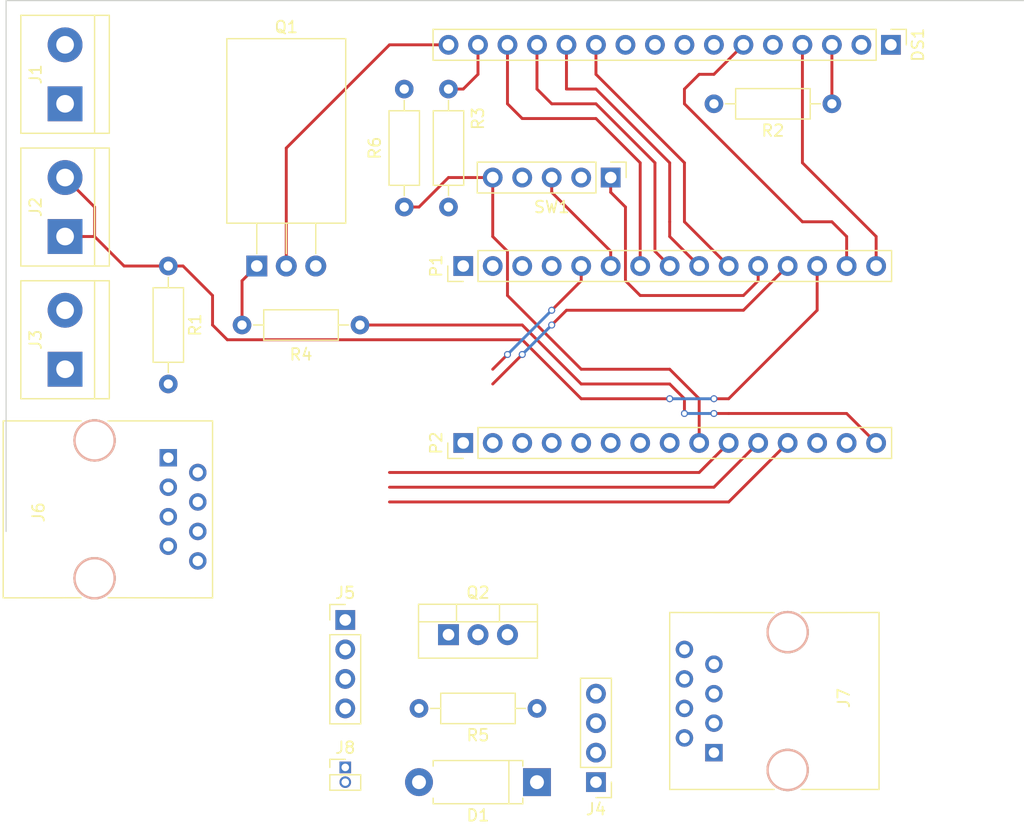
<source format=kicad_pcb>
(kicad_pcb (version 4) (host pcbnew 4.0.6-e0-6349~52~ubuntu17.04.1)

  (general
    (links 59)
    (no_connects 41)
    (area 21.539999 20.269999 109.270001 68.630001)
    (thickness 1.6)
    (drawings 2)
    (tracks 110)
    (zones 0)
    (modules 21)
    (nets 45)
  )

  (page A4)
  (title_block
    (date "jeu. 02 avril 2015")
  )

  (layers
    (0 F.Cu signal)
    (31 B.Cu signal)
    (32 B.Adhes user)
    (33 F.Adhes user)
    (34 B.Paste user)
    (35 F.Paste user)
    (36 B.SilkS user)
    (37 F.SilkS user)
    (38 B.Mask user)
    (39 F.Mask user)
    (40 Dwgs.User user)
    (41 Cmts.User user)
    (42 Eco1.User user)
    (43 Eco2.User user)
    (44 Edge.Cuts user)
    (45 Margin user)
    (46 B.CrtYd user)
    (47 F.CrtYd user)
    (48 B.Fab user)
    (49 F.Fab user)
  )

  (setup
    (last_trace_width 0.25)
    (trace_clearance 0.2)
    (zone_clearance 0.508)
    (zone_45_only no)
    (trace_min 0.2)
    (segment_width 0.15)
    (edge_width 0.1)
    (via_size 0.6)
    (via_drill 0.4)
    (via_min_size 0.4)
    (via_min_drill 0.3)
    (uvia_size 0.3)
    (uvia_drill 0.1)
    (uvias_allowed no)
    (uvia_min_size 0.2)
    (uvia_min_drill 0.1)
    (pcb_text_width 0.3)
    (pcb_text_size 1.5 1.5)
    (mod_edge_width 0.15)
    (mod_text_size 1 1)
    (mod_text_width 0.15)
    (pad_size 1.6 1.6)
    (pad_drill 0.8)
    (pad_to_mask_clearance 0)
    (aux_axis_origin 138.176 110.617)
    (visible_elements 7FFFF7FF)
    (pcbplotparams
      (layerselection 0x00030_80000001)
      (usegerberextensions false)
      (excludeedgelayer true)
      (linewidth 0.100000)
      (plotframeref false)
      (viasonmask false)
      (mode 1)
      (useauxorigin false)
      (hpglpennumber 1)
      (hpglpenspeed 20)
      (hpglpendiameter 15)
      (hpglpenoverlay 2)
      (psnegative false)
      (psa4output false)
      (plotreference true)
      (plotvalue true)
      (plotinvisibletext false)
      (padsonsilk false)
      (subtractmaskfromsilk false)
      (outputformat 1)
      (mirror false)
      (drillshape 1)
      (scaleselection 1)
      (outputdirectory ""))
  )

  (net 0 "")
  (net 1 GND)
  (net 2 "/3(**)")
  (net 3 /4)
  (net 4 "/5(**)")
  (net 5 "/6(**)")
  (net 6 /7)
  (net 7 /8)
  (net 8 "/10(**/SS)")
  (net 9 +5V)
  (net 10 /A3)
  (net 11 /A0)
  (net 12 "/13(SCK)")
  (net 13 "/11(**/MOSI)")
  (net 14 "/12(MISO)")
  (net 15 Earth)
  (net 16 "Net-(DS1-Pad3)")
  (net 17 "Net-(DS1-Pad7)")
  (net 18 "Net-(DS1-Pad8)")
  (net 19 "Net-(DS1-Pad9)")
  (net 20 "Net-(DS1-Pad10)")
  (net 21 "Net-(DS1-Pad15)")
  (net 22 "Net-(DS1-Pad16)")
  (net 23 "Net-(Q1-Pad1)")
  (net 24 "Net-(Q2-Pad1)")
  (net 25 "Net-(D1-Pad2)")
  (net 26 +12V)
  (net 27 /A2)
  (net 28 /A1)
  (net 29 /2)
  (net 30 "/9(**)")
  (net 31 "/1(Tx)")
  (net 32 "/0(Rx)")
  (net 33 /Reset)
  (net 34 /A7)
  (net 35 /A6)
  (net 36 /A5)
  (net 37 /A4)
  (net 38 /AREF)
  (net 39 +3V3)
  (net 40 "Net-(J4-Pad2)")
  (net 41 "Net-(J4-Pad3)")
  (net 42 "Net-(J5-Pad1)")
  (net 43 "Net-(J5-Pad2)")
  (net 44 "Net-(J7-Pad8)")

  (net_class Default "This is the default net class."
    (clearance 0.2)
    (trace_width 0.25)
    (via_dia 0.6)
    (via_drill 0.4)
    (uvia_dia 0.3)
    (uvia_drill 0.1)
    (add_net +12V)
    (add_net +3V3)
    (add_net +5V)
    (add_net "/0(Rx)")
    (add_net "/1(Tx)")
    (add_net "/10(**/SS)")
    (add_net "/11(**/MOSI)")
    (add_net "/12(MISO)")
    (add_net "/13(SCK)")
    (add_net /2)
    (add_net "/3(**)")
    (add_net /4)
    (add_net "/5(**)")
    (add_net "/6(**)")
    (add_net /7)
    (add_net /8)
    (add_net "/9(**)")
    (add_net /A0)
    (add_net /A1)
    (add_net /A2)
    (add_net /A3)
    (add_net /A4)
    (add_net /A5)
    (add_net /A6)
    (add_net /A7)
    (add_net /AREF)
    (add_net /Reset)
    (add_net Earth)
    (add_net GND)
    (add_net "Net-(D1-Pad2)")
    (add_net "Net-(DS1-Pad10)")
    (add_net "Net-(DS1-Pad15)")
    (add_net "Net-(DS1-Pad16)")
    (add_net "Net-(DS1-Pad3)")
    (add_net "Net-(DS1-Pad7)")
    (add_net "Net-(DS1-Pad8)")
    (add_net "Net-(DS1-Pad9)")
    (add_net "Net-(J4-Pad2)")
    (add_net "Net-(J4-Pad3)")
    (add_net "Net-(J5-Pad1)")
    (add_net "Net-(J5-Pad2)")
    (add_net "Net-(J7-Pad8)")
    (add_net "Net-(Q1-Pad1)")
    (add_net "Net-(Q2-Pad1)")
  )

  (module TO_SOT_Packages_THT:TO-220_Horizontal (layer F.Cu) (tedit 58CE52AD) (tstamp 591DD695)
    (at 43.18 43.18)
    (descr "TO-220, Horizontal, RM 2.54mm")
    (tags "TO-220 Horizontal RM 2.54mm")
    (path /591B3DDF)
    (fp_text reference Q1 (at 2.54 -20.58) (layer F.SilkS)
      (effects (font (size 1 1) (thickness 0.15)))
    )
    (fp_text value TIP120 (at 2.54 1.9) (layer F.Fab)
      (effects (font (size 1 1) (thickness 0.15)))
    )
    (fp_text user %R (at 2.54 -20.58) (layer F.Fab)
      (effects (font (size 1 1) (thickness 0.15)))
    )
    (fp_line (start -2.46 -13.06) (end -2.46 -19.46) (layer F.Fab) (width 0.1))
    (fp_line (start -2.46 -19.46) (end 7.54 -19.46) (layer F.Fab) (width 0.1))
    (fp_line (start 7.54 -19.46) (end 7.54 -13.06) (layer F.Fab) (width 0.1))
    (fp_line (start 7.54 -13.06) (end -2.46 -13.06) (layer F.Fab) (width 0.1))
    (fp_line (start -2.46 -3.81) (end -2.46 -13.06) (layer F.Fab) (width 0.1))
    (fp_line (start -2.46 -13.06) (end 7.54 -13.06) (layer F.Fab) (width 0.1))
    (fp_line (start 7.54 -13.06) (end 7.54 -3.81) (layer F.Fab) (width 0.1))
    (fp_line (start 7.54 -3.81) (end -2.46 -3.81) (layer F.Fab) (width 0.1))
    (fp_line (start 0 -3.81) (end 0 0) (layer F.Fab) (width 0.1))
    (fp_line (start 2.54 -3.81) (end 2.54 0) (layer F.Fab) (width 0.1))
    (fp_line (start 5.08 -3.81) (end 5.08 0) (layer F.Fab) (width 0.1))
    (fp_line (start -2.58 -3.69) (end 7.66 -3.69) (layer F.SilkS) (width 0.12))
    (fp_line (start -2.58 -19.58) (end 7.66 -19.58) (layer F.SilkS) (width 0.12))
    (fp_line (start -2.58 -19.58) (end -2.58 -3.69) (layer F.SilkS) (width 0.12))
    (fp_line (start 7.66 -19.58) (end 7.66 -3.69) (layer F.SilkS) (width 0.12))
    (fp_line (start 0 -3.69) (end 0 -1.05) (layer F.SilkS) (width 0.12))
    (fp_line (start 2.54 -3.69) (end 2.54 -1.066) (layer F.SilkS) (width 0.12))
    (fp_line (start 5.08 -3.69) (end 5.08 -1.066) (layer F.SilkS) (width 0.12))
    (fp_line (start -2.71 -19.71) (end -2.71 1.15) (layer F.CrtYd) (width 0.05))
    (fp_line (start -2.71 1.15) (end 7.79 1.15) (layer F.CrtYd) (width 0.05))
    (fp_line (start 7.79 1.15) (end 7.79 -19.71) (layer F.CrtYd) (width 0.05))
    (fp_line (start 7.79 -19.71) (end -2.71 -19.71) (layer F.CrtYd) (width 0.05))
    (fp_circle (center 2.54 -16.66) (end 4.39 -16.66) (layer F.Fab) (width 0.1))
    (pad 0 np_thru_hole oval (at 2.54 -16.66) (size 3.5 3.5) (drill 3.5) (layers *.Cu *.Mask))
    (pad 1 thru_hole rect (at 0 0) (size 1.8 1.8) (drill 1) (layers *.Cu *.Mask)
      (net 23 "Net-(Q1-Pad1)"))
    (pad 2 thru_hole oval (at 2.54 0) (size 1.8 1.8) (drill 1) (layers *.Cu *.Mask)
      (net 22 "Net-(DS1-Pad16)"))
    (pad 3 thru_hole oval (at 5.08 0) (size 1.8 1.8) (drill 1) (layers *.Cu *.Mask)
      (net 15 Earth))
    (model ${KISYS3DMOD}/TO_SOT_Packages_THT.3dshapes/TO-220_Horizontal.wrl
      (at (xyz 0.1 0 0))
      (scale (xyz 0.393701 0.393701 0.393701))
      (rotate (xyz 0 0 0))
    )
  )

  (module Pin_Headers:Pin_Header_Straight_1x16_Pitch2.54mm (layer F.Cu) (tedit 591E375F) (tstamp 591DD65E)
    (at 97.79 24.13 270)
    (descr "Through hole straight pin header, 1x16, 2.54mm pitch, single row")
    (tags "Through hole pin header THT 1x16 2.54mm single row")
    (path /591B37D5)
    (fp_text reference DS1 (at 0 -2.33 270) (layer F.SilkS)
      (effects (font (size 1 1) (thickness 0.15)))
    )
    (fp_text value LCD16X2 (at 2.54 20.32 360) (layer F.Fab)
      (effects (font (size 1 1) (thickness 0.15)))
    )
    (fp_line (start -1.27 -1.27) (end -1.27 39.37) (layer F.Fab) (width 0.1))
    (fp_line (start -1.27 39.37) (end 1.27 39.37) (layer F.Fab) (width 0.1))
    (fp_line (start 1.27 39.37) (end 1.27 -1.27) (layer F.Fab) (width 0.1))
    (fp_line (start 1.27 -1.27) (end -1.27 -1.27) (layer F.Fab) (width 0.1))
    (fp_line (start -1.33 1.27) (end -1.33 39.43) (layer F.SilkS) (width 0.12))
    (fp_line (start -1.33 39.43) (end 1.33 39.43) (layer F.SilkS) (width 0.12))
    (fp_line (start 1.33 39.43) (end 1.33 1.27) (layer F.SilkS) (width 0.12))
    (fp_line (start 1.33 1.27) (end -1.33 1.27) (layer F.SilkS) (width 0.12))
    (fp_line (start -1.33 0) (end -1.33 -1.33) (layer F.SilkS) (width 0.12))
    (fp_line (start -1.33 -1.33) (end 0 -1.33) (layer F.SilkS) (width 0.12))
    (fp_line (start -1.8 -1.8) (end -1.8 39.9) (layer F.CrtYd) (width 0.05))
    (fp_line (start -1.8 39.9) (end 1.8 39.9) (layer F.CrtYd) (width 0.05))
    (fp_line (start 1.8 39.9) (end 1.8 -1.8) (layer F.CrtYd) (width 0.05))
    (fp_line (start 1.8 -1.8) (end -1.8 -1.8) (layer F.CrtYd) (width 0.05))
    (fp_text user %R (at 0 -2.33 270) (layer F.Fab)
      (effects (font (size 1 1) (thickness 0.15)))
    )
    (pad 1 thru_hole rect (at 0 0 270) (size 1.7 1.7) (drill 1) (layers *.Cu *.Mask)
      (net 15 Earth))
    (pad 2 thru_hole oval (at 0 2.54 270) (size 1.7 1.7) (drill 1) (layers *.Cu *.Mask)
      (net 9 +5V))
    (pad 3 thru_hole oval (at 0 5.08 270) (size 1.7 1.7) (drill 1) (layers *.Cu *.Mask)
      (net 16 "Net-(DS1-Pad3)"))
    (pad 4 thru_hole oval (at 0 7.62 270) (size 1.7 1.7) (drill 1) (layers *.Cu *.Mask)
      (net 14 "/12(MISO)"))
    (pad 5 thru_hole oval (at 0 10.16 270) (size 1.7 1.7) (drill 1) (layers *.Cu *.Mask)
      (net 15 Earth))
    (pad 6 thru_hole oval (at 0 12.7 270) (size 1.7 1.7) (drill 1) (layers *.Cu *.Mask)
      (net 13 "/11(**/MOSI)"))
    (pad 7 thru_hole oval (at 0 15.24 270) (size 1.7 1.7) (drill 1) (layers *.Cu *.Mask)
      (net 17 "Net-(DS1-Pad7)"))
    (pad 8 thru_hole oval (at 0 17.78 270) (size 1.7 1.7) (drill 1) (layers *.Cu *.Mask)
      (net 18 "Net-(DS1-Pad8)"))
    (pad 9 thru_hole oval (at 0 20.32 270) (size 1.7 1.7) (drill 1) (layers *.Cu *.Mask)
      (net 19 "Net-(DS1-Pad9)"))
    (pad 10 thru_hole oval (at 0 22.86 270) (size 1.7 1.7) (drill 1) (layers *.Cu *.Mask)
      (net 20 "Net-(DS1-Pad10)"))
    (pad 11 thru_hole oval (at 0 25.4 270) (size 1.7 1.7) (drill 1) (layers *.Cu *.Mask)
      (net 6 /7))
    (pad 12 thru_hole oval (at 0 27.94 270) (size 1.7 1.7) (drill 1) (layers *.Cu *.Mask)
      (net 5 "/6(**)"))
    (pad 13 thru_hole oval (at 0 30.48 270) (size 1.7 1.7) (drill 1) (layers *.Cu *.Mask)
      (net 4 "/5(**)"))
    (pad 14 thru_hole oval (at 0 33.02 270) (size 1.7 1.7) (drill 1) (layers *.Cu *.Mask)
      (net 3 /4))
    (pad 15 thru_hole oval (at 0 35.56 270) (size 1.7 1.7) (drill 1) (layers *.Cu *.Mask)
      (net 21 "Net-(DS1-Pad15)"))
    (pad 16 thru_hole oval (at 0 38.1 270) (size 1.7 1.7) (drill 1) (layers *.Cu *.Mask)
      (net 22 "Net-(DS1-Pad16)"))
    (model ${KISYS3DMOD}/Pin_Headers.3dshapes/Pin_Header_Straight_1x16_Pitch2.54mm.wrl
      (at (xyz 0 -0.75 0))
      (scale (xyz 1 1 1))
      (rotate (xyz 0 0 90))
    )
  )

  (module Pin_Headers:Pin_Header_Straight_1x05_Pitch2.54mm (layer F.Cu) (tedit 591E4DD4) (tstamp 591DD5A2)
    (at 73.66 35.56 270)
    (descr "Through hole straight pin header, 1x05, 2.54mm pitch, single row")
    (tags "Through hole pin header THT 1x05 2.54mm single row")
    (path /591BA40F)
    (fp_text reference SW1 (at 2.54 5.08 360) (layer F.SilkS)
      (effects (font (size 1 1) (thickness 0.15)))
    )
    (fp_text value Rotary_Encoder_Switch (at -2.54 5.08 360) (layer F.Fab)
      (effects (font (size 1 1) (thickness 0.15)))
    )
    (fp_line (start -1.27 -1.27) (end -1.27 11.43) (layer F.Fab) (width 0.1))
    (fp_line (start -1.27 11.43) (end 1.27 11.43) (layer F.Fab) (width 0.1))
    (fp_line (start 1.27 11.43) (end 1.27 -1.27) (layer F.Fab) (width 0.1))
    (fp_line (start 1.27 -1.27) (end -1.27 -1.27) (layer F.Fab) (width 0.1))
    (fp_line (start -1.33 1.27) (end -1.33 11.49) (layer F.SilkS) (width 0.12))
    (fp_line (start -1.33 11.49) (end 1.33 11.49) (layer F.SilkS) (width 0.12))
    (fp_line (start 1.33 11.49) (end 1.33 1.27) (layer F.SilkS) (width 0.12))
    (fp_line (start 1.33 1.27) (end -1.33 1.27) (layer F.SilkS) (width 0.12))
    (fp_line (start -1.33 0) (end -1.33 -1.33) (layer F.SilkS) (width 0.12))
    (fp_line (start -1.33 -1.33) (end 0 -1.33) (layer F.SilkS) (width 0.12))
    (fp_line (start -1.8 -1.8) (end -1.8 11.95) (layer F.CrtYd) (width 0.05))
    (fp_line (start -1.8 11.95) (end 1.8 11.95) (layer F.CrtYd) (width 0.05))
    (fp_line (start 1.8 11.95) (end 1.8 -1.8) (layer F.CrtYd) (width 0.05))
    (fp_line (start 1.8 -1.8) (end -1.8 -1.8) (layer F.CrtYd) (width 0.05))
    (fp_text user %R (at 2.54 5.08 360) (layer F.Fab)
      (effects (font (size 1 1) (thickness 0.15)))
    )
    (pad 1 thru_hole rect (at 0 0 270) (size 1.7 1.7) (drill 1) (layers *.Cu *.Mask)
      (net 7 /8))
    (pad 2 thru_hole oval (at 0 2.54 270) (size 1.7 1.7) (drill 1) (layers *.Cu *.Mask)
      (net 1 GND))
    (pad 3 thru_hole oval (at 0 5.08 270) (size 1.7 1.7) (drill 1) (layers *.Cu *.Mask)
      (net 2 "/3(**)"))
    (pad 4 thru_hole oval (at 0 7.62 270) (size 1.7 1.7) (drill 1) (layers *.Cu *.Mask)
      (net 9 +5V))
    (pad 5 thru_hole oval (at 0 10.16 270) (size 1.7 1.7) (drill 1) (layers *.Cu *.Mask)
      (net 10 /A3))
    (model ${KISYS3DMOD}/Pin_Headers.3dshapes/Pin_Header_Straight_1x05_Pitch2.54mm.wrl
      (at (xyz 0 -0.2 0))
      (scale (xyz 1 1 1))
      (rotate (xyz 0 0 90))
    )
  )

  (module Resistors_THT:R_Axial_DIN0207_L6.3mm_D2.5mm_P10.16mm_Horizontal (layer F.Cu) (tedit 591E4A08) (tstamp 591DD599)
    (at 55.88 27.94 270)
    (descr "Resistor, Axial_DIN0207 series, Axial, Horizontal, pin pitch=10.16mm, 0.25W = 1/4W, length*diameter=6.3*2.5mm^2, http://cdn-reichelt.de/documents/datenblatt/B400/1_4W%23YAG.pdf")
    (tags "Resistor Axial_DIN0207 series Axial Horizontal pin pitch 10.16mm 0.25W = 1/4W length 6.3mm diameter 2.5mm")
    (path /591BA5F0)
    (fp_text reference R6 (at 5.08 2.54 270) (layer F.SilkS)
      (effects (font (size 1 1) (thickness 0.15)))
    )
    (fp_text value 10K (at 5.08 0 270) (layer F.Fab)
      (effects (font (size 1 1) (thickness 0.15)))
    )
    (fp_line (start 1.93 -1.25) (end 1.93 1.25) (layer F.Fab) (width 0.1))
    (fp_line (start 1.93 1.25) (end 8.23 1.25) (layer F.Fab) (width 0.1))
    (fp_line (start 8.23 1.25) (end 8.23 -1.25) (layer F.Fab) (width 0.1))
    (fp_line (start 8.23 -1.25) (end 1.93 -1.25) (layer F.Fab) (width 0.1))
    (fp_line (start 0 0) (end 1.93 0) (layer F.Fab) (width 0.1))
    (fp_line (start 10.16 0) (end 8.23 0) (layer F.Fab) (width 0.1))
    (fp_line (start 1.87 -1.31) (end 1.87 1.31) (layer F.SilkS) (width 0.12))
    (fp_line (start 1.87 1.31) (end 8.29 1.31) (layer F.SilkS) (width 0.12))
    (fp_line (start 8.29 1.31) (end 8.29 -1.31) (layer F.SilkS) (width 0.12))
    (fp_line (start 8.29 -1.31) (end 1.87 -1.31) (layer F.SilkS) (width 0.12))
    (fp_line (start 0.98 0) (end 1.87 0) (layer F.SilkS) (width 0.12))
    (fp_line (start 9.18 0) (end 8.29 0) (layer F.SilkS) (width 0.12))
    (fp_line (start -1.05 -1.6) (end -1.05 1.6) (layer F.CrtYd) (width 0.05))
    (fp_line (start -1.05 1.6) (end 11.25 1.6) (layer F.CrtYd) (width 0.05))
    (fp_line (start 11.25 1.6) (end 11.25 -1.6) (layer F.CrtYd) (width 0.05))
    (fp_line (start 11.25 -1.6) (end -1.05 -1.6) (layer F.CrtYd) (width 0.05))
    (pad 1 thru_hole circle (at 0 0 270) (size 1.6 1.6) (drill 0.8) (layers *.Cu *.Mask)
      (net 1 GND))
    (pad 2 thru_hole oval (at 10.16 0 270) (size 1.6 1.6) (drill 0.8) (layers *.Cu *.Mask)
      (net 10 /A3))
    (model Resistors_THT.3dshapes/R_Axial_DIN0207_L6.3mm_D2.5mm_P10.16mm_Horizontal.wrl
      (at (xyz 0 0 0))
      (scale (xyz 0.393701 0.393701 0.393701))
      (rotate (xyz 0 0 0))
    )
  )

  (module Resistors_THT:R_Axial_DIN0207_L6.3mm_D2.5mm_P10.16mm_Horizontal (layer F.Cu) (tedit 591E514B) (tstamp 591DD593)
    (at 67.31 81.28 180)
    (descr "Resistor, Axial_DIN0207 series, Axial, Horizontal, pin pitch=10.16mm, 0.25W = 1/4W, length*diameter=6.3*2.5mm^2, http://cdn-reichelt.de/documents/datenblatt/B400/1_4W%23YAG.pdf")
    (tags "Resistor Axial_DIN0207 series Axial Horizontal pin pitch 10.16mm 0.25W = 1/4W length 6.3mm diameter 2.5mm")
    (path /591BC750)
    (fp_text reference R5 (at 5.08 -2.31 180) (layer F.SilkS)
      (effects (font (size 1 1) (thickness 0.15)))
    )
    (fp_text value 1K (at 5.08 0 180) (layer F.Fab)
      (effects (font (size 1 1) (thickness 0.15)))
    )
    (fp_line (start 1.93 -1.25) (end 1.93 1.25) (layer F.Fab) (width 0.1))
    (fp_line (start 1.93 1.25) (end 8.23 1.25) (layer F.Fab) (width 0.1))
    (fp_line (start 8.23 1.25) (end 8.23 -1.25) (layer F.Fab) (width 0.1))
    (fp_line (start 8.23 -1.25) (end 1.93 -1.25) (layer F.Fab) (width 0.1))
    (fp_line (start 0 0) (end 1.93 0) (layer F.Fab) (width 0.1))
    (fp_line (start 10.16 0) (end 8.23 0) (layer F.Fab) (width 0.1))
    (fp_line (start 1.87 -1.31) (end 1.87 1.31) (layer F.SilkS) (width 0.12))
    (fp_line (start 1.87 1.31) (end 8.29 1.31) (layer F.SilkS) (width 0.12))
    (fp_line (start 8.29 1.31) (end 8.29 -1.31) (layer F.SilkS) (width 0.12))
    (fp_line (start 8.29 -1.31) (end 1.87 -1.31) (layer F.SilkS) (width 0.12))
    (fp_line (start 0.98 0) (end 1.87 0) (layer F.SilkS) (width 0.12))
    (fp_line (start 9.18 0) (end 8.29 0) (layer F.SilkS) (width 0.12))
    (fp_line (start -1.05 -1.6) (end -1.05 1.6) (layer F.CrtYd) (width 0.05))
    (fp_line (start -1.05 1.6) (end 11.25 1.6) (layer F.CrtYd) (width 0.05))
    (fp_line (start 11.25 1.6) (end 11.25 -1.6) (layer F.CrtYd) (width 0.05))
    (fp_line (start 11.25 -1.6) (end -1.05 -1.6) (layer F.CrtYd) (width 0.05))
    (pad 1 thru_hole circle (at 0 0 180) (size 1.6 1.6) (drill 0.8) (layers *.Cu *.Mask)
      (net 44 "Net-(J7-Pad8)"))
    (pad 2 thru_hole oval (at 10.16 0 180) (size 1.6 1.6) (drill 0.8) (layers *.Cu *.Mask)
      (net 24 "Net-(Q2-Pad1)"))
    (model Resistors_THT.3dshapes/R_Axial_DIN0207_L6.3mm_D2.5mm_P10.16mm_Horizontal.wrl
      (at (xyz 0 0 0))
      (scale (xyz 0.393701 0.393701 0.393701))
      (rotate (xyz 0 0 0))
    )
  )

  (module Resistors_THT:R_Axial_DIN0207_L6.3mm_D2.5mm_P10.16mm_Horizontal (layer F.Cu) (tedit 591E4A11) (tstamp 591DD58D)
    (at 41.91 48.26)
    (descr "Resistor, Axial_DIN0207 series, Axial, Horizontal, pin pitch=10.16mm, 0.25W = 1/4W, length*diameter=6.3*2.5mm^2, http://cdn-reichelt.de/documents/datenblatt/B400/1_4W%23YAG.pdf")
    (tags "Resistor Axial_DIN0207 series Axial Horizontal pin pitch 10.16mm 0.25W = 1/4W length 6.3mm diameter 2.5mm")
    (path /591B3F3C)
    (fp_text reference R4 (at 5.08 2.54) (layer F.SilkS)
      (effects (font (size 1 1) (thickness 0.15)))
    )
    (fp_text value 2K (at 5.08 0) (layer F.Fab)
      (effects (font (size 1 1) (thickness 0.15)))
    )
    (fp_line (start 1.93 -1.25) (end 1.93 1.25) (layer F.Fab) (width 0.1))
    (fp_line (start 1.93 1.25) (end 8.23 1.25) (layer F.Fab) (width 0.1))
    (fp_line (start 8.23 1.25) (end 8.23 -1.25) (layer F.Fab) (width 0.1))
    (fp_line (start 8.23 -1.25) (end 1.93 -1.25) (layer F.Fab) (width 0.1))
    (fp_line (start 0 0) (end 1.93 0) (layer F.Fab) (width 0.1))
    (fp_line (start 10.16 0) (end 8.23 0) (layer F.Fab) (width 0.1))
    (fp_line (start 1.87 -1.31) (end 1.87 1.31) (layer F.SilkS) (width 0.12))
    (fp_line (start 1.87 1.31) (end 8.29 1.31) (layer F.SilkS) (width 0.12))
    (fp_line (start 8.29 1.31) (end 8.29 -1.31) (layer F.SilkS) (width 0.12))
    (fp_line (start 8.29 -1.31) (end 1.87 -1.31) (layer F.SilkS) (width 0.12))
    (fp_line (start 0.98 0) (end 1.87 0) (layer F.SilkS) (width 0.12))
    (fp_line (start 9.18 0) (end 8.29 0) (layer F.SilkS) (width 0.12))
    (fp_line (start -1.05 -1.6) (end -1.05 1.6) (layer F.CrtYd) (width 0.05))
    (fp_line (start -1.05 1.6) (end 11.25 1.6) (layer F.CrtYd) (width 0.05))
    (fp_line (start 11.25 1.6) (end 11.25 -1.6) (layer F.CrtYd) (width 0.05))
    (fp_line (start 11.25 -1.6) (end -1.05 -1.6) (layer F.CrtYd) (width 0.05))
    (pad 1 thru_hole circle (at 0 0) (size 1.6 1.6) (drill 0.8) (layers *.Cu *.Mask)
      (net 23 "Net-(Q1-Pad1)"))
    (pad 2 thru_hole oval (at 10.16 0) (size 1.6 1.6) (drill 0.8) (layers *.Cu *.Mask)
      (net 12 "/13(SCK)"))
    (model Resistors_THT.3dshapes/R_Axial_DIN0207_L6.3mm_D2.5mm_P10.16mm_Horizontal.wrl
      (at (xyz 0 0 0))
      (scale (xyz 0.393701 0.393701 0.393701))
      (rotate (xyz 0 0 0))
    )
  )

  (module Resistors_THT:R_Axial_DIN0207_L6.3mm_D2.5mm_P10.16mm_Horizontal (layer F.Cu) (tedit 591E4DC4) (tstamp 591DD587)
    (at 59.69 27.94 270)
    (descr "Resistor, Axial_DIN0207 series, Axial, Horizontal, pin pitch=10.16mm, 0.25W = 1/4W, length*diameter=6.3*2.5mm^2, http://cdn-reichelt.de/documents/datenblatt/B400/1_4W%23YAG.pdf")
    (tags "Resistor Axial_DIN0207 series Axial Horizontal pin pitch 10.16mm 0.25W = 1/4W length 6.3mm diameter 2.5mm")
    (path /591B3EE1)
    (fp_text reference R3 (at 2.54 -2.54 270) (layer F.SilkS)
      (effects (font (size 1 1) (thickness 0.15)))
    )
    (fp_text value 220 (at 5.08 0 270) (layer F.Fab)
      (effects (font (size 1 1) (thickness 0.15)))
    )
    (fp_line (start 1.93 -1.25) (end 1.93 1.25) (layer F.Fab) (width 0.1))
    (fp_line (start 1.93 1.25) (end 8.23 1.25) (layer F.Fab) (width 0.1))
    (fp_line (start 8.23 1.25) (end 8.23 -1.25) (layer F.Fab) (width 0.1))
    (fp_line (start 8.23 -1.25) (end 1.93 -1.25) (layer F.Fab) (width 0.1))
    (fp_line (start 0 0) (end 1.93 0) (layer F.Fab) (width 0.1))
    (fp_line (start 10.16 0) (end 8.23 0) (layer F.Fab) (width 0.1))
    (fp_line (start 1.87 -1.31) (end 1.87 1.31) (layer F.SilkS) (width 0.12))
    (fp_line (start 1.87 1.31) (end 8.29 1.31) (layer F.SilkS) (width 0.12))
    (fp_line (start 8.29 1.31) (end 8.29 -1.31) (layer F.SilkS) (width 0.12))
    (fp_line (start 8.29 -1.31) (end 1.87 -1.31) (layer F.SilkS) (width 0.12))
    (fp_line (start 0.98 0) (end 1.87 0) (layer F.SilkS) (width 0.12))
    (fp_line (start 9.18 0) (end 8.29 0) (layer F.SilkS) (width 0.12))
    (fp_line (start -1.05 -1.6) (end -1.05 1.6) (layer F.CrtYd) (width 0.05))
    (fp_line (start -1.05 1.6) (end 11.25 1.6) (layer F.CrtYd) (width 0.05))
    (fp_line (start 11.25 1.6) (end 11.25 -1.6) (layer F.CrtYd) (width 0.05))
    (fp_line (start 11.25 -1.6) (end -1.05 -1.6) (layer F.CrtYd) (width 0.05))
    (pad 1 thru_hole circle (at 0 0 270) (size 1.6 1.6) (drill 0.8) (layers *.Cu *.Mask)
      (net 21 "Net-(DS1-Pad15)"))
    (pad 2 thru_hole oval (at 10.16 0 270) (size 1.6 1.6) (drill 0.8) (layers *.Cu *.Mask)
      (net 9 +5V))
    (model Resistors_THT.3dshapes/R_Axial_DIN0207_L6.3mm_D2.5mm_P10.16mm_Horizontal.wrl
      (at (xyz 0 0 0))
      (scale (xyz 0.393701 0.393701 0.393701))
      (rotate (xyz 0 0 0))
    )
  )

  (module Resistors_THT:R_Axial_DIN0207_L6.3mm_D2.5mm_P10.16mm_Horizontal (layer F.Cu) (tedit 591E4A0A) (tstamp 591DD581)
    (at 92.71 29.21 180)
    (descr "Resistor, Axial_DIN0207 series, Axial, Horizontal, pin pitch=10.16mm, 0.25W = 1/4W, length*diameter=6.3*2.5mm^2, http://cdn-reichelt.de/documents/datenblatt/B400/1_4W%23YAG.pdf")
    (tags "Resistor Axial_DIN0207 series Axial Horizontal pin pitch 10.16mm 0.25W = 1/4W length 6.3mm diameter 2.5mm")
    (path /591B3E76)
    (fp_text reference R2 (at 5.08 -2.31 180) (layer F.SilkS)
      (effects (font (size 1 1) (thickness 0.15)))
    )
    (fp_text value 1.47K (at 5.08 0 180) (layer F.Fab)
      (effects (font (size 1 1) (thickness 0.15)))
    )
    (fp_line (start 1.93 -1.25) (end 1.93 1.25) (layer F.Fab) (width 0.1))
    (fp_line (start 1.93 1.25) (end 8.23 1.25) (layer F.Fab) (width 0.1))
    (fp_line (start 8.23 1.25) (end 8.23 -1.25) (layer F.Fab) (width 0.1))
    (fp_line (start 8.23 -1.25) (end 1.93 -1.25) (layer F.Fab) (width 0.1))
    (fp_line (start 0 0) (end 1.93 0) (layer F.Fab) (width 0.1))
    (fp_line (start 10.16 0) (end 8.23 0) (layer F.Fab) (width 0.1))
    (fp_line (start 1.87 -1.31) (end 1.87 1.31) (layer F.SilkS) (width 0.12))
    (fp_line (start 1.87 1.31) (end 8.29 1.31) (layer F.SilkS) (width 0.12))
    (fp_line (start 8.29 1.31) (end 8.29 -1.31) (layer F.SilkS) (width 0.12))
    (fp_line (start 8.29 -1.31) (end 1.87 -1.31) (layer F.SilkS) (width 0.12))
    (fp_line (start 0.98 0) (end 1.87 0) (layer F.SilkS) (width 0.12))
    (fp_line (start 9.18 0) (end 8.29 0) (layer F.SilkS) (width 0.12))
    (fp_line (start -1.05 -1.6) (end -1.05 1.6) (layer F.CrtYd) (width 0.05))
    (fp_line (start -1.05 1.6) (end 11.25 1.6) (layer F.CrtYd) (width 0.05))
    (fp_line (start 11.25 1.6) (end 11.25 -1.6) (layer F.CrtYd) (width 0.05))
    (fp_line (start 11.25 -1.6) (end -1.05 -1.6) (layer F.CrtYd) (width 0.05))
    (pad 1 thru_hole circle (at 0 0 180) (size 1.6 1.6) (drill 0.8) (layers *.Cu *.Mask)
      (net 16 "Net-(DS1-Pad3)"))
    (pad 2 thru_hole oval (at 10.16 0 180) (size 1.6 1.6) (drill 0.8) (layers *.Cu *.Mask)
      (net 15 Earth))
    (model Resistors_THT.3dshapes/R_Axial_DIN0207_L6.3mm_D2.5mm_P10.16mm_Horizontal.wrl
      (at (xyz 0 0 0))
      (scale (xyz 0.393701 0.393701 0.393701))
      (rotate (xyz 0 0 0))
    )
  )

  (module Resistors_THT:R_Axial_DIN0207_L6.3mm_D2.5mm_P10.16mm_Horizontal (layer F.Cu) (tedit 591E4272) (tstamp 591DD57B)
    (at 35.56 43.18 270)
    (descr "Resistor, Axial_DIN0207 series, Axial, Horizontal, pin pitch=10.16mm, 0.25W = 1/4W, length*diameter=6.3*2.5mm^2, http://cdn-reichelt.de/documents/datenblatt/B400/1_4W%23YAG.pdf")
    (tags "Resistor Axial_DIN0207 series Axial Horizontal pin pitch 10.16mm 0.25W = 1/4W length 6.3mm diameter 2.5mm")
    (path /591BB000)
    (fp_text reference R1 (at 5.08 -2.31 270) (layer F.SilkS)
      (effects (font (size 1 1) (thickness 0.15)))
    )
    (fp_text value 4.7K (at 5.08 0 270) (layer F.Fab)
      (effects (font (size 1 1) (thickness 0.15)))
    )
    (fp_line (start 1.93 -1.25) (end 1.93 1.25) (layer F.Fab) (width 0.1))
    (fp_line (start 1.93 1.25) (end 8.23 1.25) (layer F.Fab) (width 0.1))
    (fp_line (start 8.23 1.25) (end 8.23 -1.25) (layer F.Fab) (width 0.1))
    (fp_line (start 8.23 -1.25) (end 1.93 -1.25) (layer F.Fab) (width 0.1))
    (fp_line (start 0 0) (end 1.93 0) (layer F.Fab) (width 0.1))
    (fp_line (start 10.16 0) (end 8.23 0) (layer F.Fab) (width 0.1))
    (fp_line (start 1.87 -1.31) (end 1.87 1.31) (layer F.SilkS) (width 0.12))
    (fp_line (start 1.87 1.31) (end 8.29 1.31) (layer F.SilkS) (width 0.12))
    (fp_line (start 8.29 1.31) (end 8.29 -1.31) (layer F.SilkS) (width 0.12))
    (fp_line (start 8.29 -1.31) (end 1.87 -1.31) (layer F.SilkS) (width 0.12))
    (fp_line (start 0.98 0) (end 1.87 0) (layer F.SilkS) (width 0.12))
    (fp_line (start 9.18 0) (end 8.29 0) (layer F.SilkS) (width 0.12))
    (fp_line (start -1.05 -1.6) (end -1.05 1.6) (layer F.CrtYd) (width 0.05))
    (fp_line (start -1.05 1.6) (end 11.25 1.6) (layer F.CrtYd) (width 0.05))
    (fp_line (start 11.25 1.6) (end 11.25 -1.6) (layer F.CrtYd) (width 0.05))
    (fp_line (start 11.25 -1.6) (end -1.05 -1.6) (layer F.CrtYd) (width 0.05))
    (pad 1 thru_hole circle (at 0 0 270) (size 1.6 1.6) (drill 0.8) (layers *.Cu *.Mask)
      (net 8 "/10(**/SS)"))
    (pad 2 thru_hole oval (at 10.16 0 270) (size 1.6 1.6) (drill 0.8) (layers *.Cu *.Mask)
      (net 9 +5V))
    (model Resistors_THT.3dshapes/R_Axial_DIN0207_L6.3mm_D2.5mm_P10.16mm_Horizontal.wrl
      (at (xyz 0 0 0))
      (scale (xyz 0.393701 0.393701 0.393701))
      (rotate (xyz 0 0 0))
    )
  )

  (module Diodes_THT:D_DO-15_P10.16mm_Horizontal (layer F.Cu) (tedit 5877C982) (tstamp 591DD54D)
    (at 67.31 87.63 180)
    (descr "D, DO-15 series, Axial, Horizontal, pin pitch=10.16mm, , length*diameter=7.6*3.6mm^2, , http://www.diodes.com/_files/packages/DO-15.pdf")
    (tags "D DO-15 series Axial Horizontal pin pitch 10.16mm  length 7.6mm diameter 3.6mm")
    (path /591BC636)
    (fp_text reference D1 (at 5.08 -2.86 180) (layer F.SilkS)
      (effects (font (size 1 1) (thickness 0.15)))
    )
    (fp_text value Diode (at 5.08 2.86 180) (layer F.Fab)
      (effects (font (size 1 1) (thickness 0.15)))
    )
    (fp_line (start 1.28 -1.8) (end 1.28 1.8) (layer F.Fab) (width 0.1))
    (fp_line (start 1.28 1.8) (end 8.88 1.8) (layer F.Fab) (width 0.1))
    (fp_line (start 8.88 1.8) (end 8.88 -1.8) (layer F.Fab) (width 0.1))
    (fp_line (start 8.88 -1.8) (end 1.28 -1.8) (layer F.Fab) (width 0.1))
    (fp_line (start 0 0) (end 1.28 0) (layer F.Fab) (width 0.1))
    (fp_line (start 10.16 0) (end 8.88 0) (layer F.Fab) (width 0.1))
    (fp_line (start 2.42 -1.8) (end 2.42 1.8) (layer F.Fab) (width 0.1))
    (fp_line (start 1.22 -1.38) (end 1.22 -1.86) (layer F.SilkS) (width 0.12))
    (fp_line (start 1.22 -1.86) (end 8.94 -1.86) (layer F.SilkS) (width 0.12))
    (fp_line (start 8.94 -1.86) (end 8.94 -1.38) (layer F.SilkS) (width 0.12))
    (fp_line (start 1.22 1.38) (end 1.22 1.86) (layer F.SilkS) (width 0.12))
    (fp_line (start 1.22 1.86) (end 8.94 1.86) (layer F.SilkS) (width 0.12))
    (fp_line (start 8.94 1.86) (end 8.94 1.38) (layer F.SilkS) (width 0.12))
    (fp_line (start 2.42 -1.86) (end 2.42 1.86) (layer F.SilkS) (width 0.12))
    (fp_line (start -1.45 -2.15) (end -1.45 2.15) (layer F.CrtYd) (width 0.05))
    (fp_line (start -1.45 2.15) (end 11.65 2.15) (layer F.CrtYd) (width 0.05))
    (fp_line (start 11.65 2.15) (end 11.65 -2.15) (layer F.CrtYd) (width 0.05))
    (fp_line (start 11.65 -2.15) (end -1.45 -2.15) (layer F.CrtYd) (width 0.05))
    (pad 1 thru_hole rect (at 0 0 180) (size 2.4 2.4) (drill 1.2) (layers *.Cu *.Mask)
      (net 26 +12V))
    (pad 2 thru_hole oval (at 10.16 0 180) (size 2.4 2.4) (drill 1.2) (layers *.Cu *.Mask)
      (net 25 "Net-(D1-Pad2)"))
    (model Diodes_THT.3dshapes/D_DO-15_P10.16mm_Horizontal.wrl
      (at (xyz 0 0 0))
      (scale (xyz 0.393701 0.393701 0.393701))
      (rotate (xyz 0 0 0))
    )
  )

  (module TO_SOT_Packages_THT:TO-220_Vertical (layer F.Cu) (tedit 591E5150) (tstamp 591DCE00)
    (at 59.69 74.93)
    (descr "TO-220, Vertical, RM 2.54mm")
    (tags "TO-220 Vertical RM 2.54mm")
    (path /591BC33E)
    (fp_text reference Q2 (at 2.54 -3.62) (layer F.SilkS)
      (effects (font (size 1 1) (thickness 0.15)))
    )
    (fp_text value TIP120 (at -3.81 0 90) (layer F.Fab)
      (effects (font (size 1 1) (thickness 0.15)))
    )
    (fp_text user %R (at 2.54 -3.62) (layer F.Fab)
      (effects (font (size 1 1) (thickness 0.15)))
    )
    (fp_line (start -2.46 -2.5) (end -2.46 1.9) (layer F.Fab) (width 0.1))
    (fp_line (start -2.46 1.9) (end 7.54 1.9) (layer F.Fab) (width 0.1))
    (fp_line (start 7.54 1.9) (end 7.54 -2.5) (layer F.Fab) (width 0.1))
    (fp_line (start 7.54 -2.5) (end -2.46 -2.5) (layer F.Fab) (width 0.1))
    (fp_line (start -2.46 -1.23) (end 7.54 -1.23) (layer F.Fab) (width 0.1))
    (fp_line (start 0.69 -2.5) (end 0.69 -1.23) (layer F.Fab) (width 0.1))
    (fp_line (start 4.39 -2.5) (end 4.39 -1.23) (layer F.Fab) (width 0.1))
    (fp_line (start -2.58 -2.62) (end 7.66 -2.62) (layer F.SilkS) (width 0.12))
    (fp_line (start -2.58 2.021) (end 7.66 2.021) (layer F.SilkS) (width 0.12))
    (fp_line (start -2.58 -2.62) (end -2.58 2.021) (layer F.SilkS) (width 0.12))
    (fp_line (start 7.66 -2.62) (end 7.66 2.021) (layer F.SilkS) (width 0.12))
    (fp_line (start -2.58 -1.11) (end 7.66 -1.11) (layer F.SilkS) (width 0.12))
    (fp_line (start 0.69 -2.62) (end 0.69 -1.11) (layer F.SilkS) (width 0.12))
    (fp_line (start 4.391 -2.62) (end 4.391 -1.11) (layer F.SilkS) (width 0.12))
    (fp_line (start -2.71 -2.75) (end -2.71 2.16) (layer F.CrtYd) (width 0.05))
    (fp_line (start -2.71 2.16) (end 7.79 2.16) (layer F.CrtYd) (width 0.05))
    (fp_line (start 7.79 2.16) (end 7.79 -2.75) (layer F.CrtYd) (width 0.05))
    (fp_line (start 7.79 -2.75) (end -2.71 -2.75) (layer F.CrtYd) (width 0.05))
    (pad 1 thru_hole rect (at 0 0) (size 1.8 1.8) (drill 1) (layers *.Cu *.Mask)
      (net 24 "Net-(Q2-Pad1)"))
    (pad 2 thru_hole oval (at 2.54 0) (size 1.8 1.8) (drill 1) (layers *.Cu *.Mask)
      (net 25 "Net-(D1-Pad2)"))
    (pad 3 thru_hole oval (at 5.08 0) (size 1.8 1.8) (drill 1) (layers *.Cu *.Mask)
      (net 1 GND))
    (model ${KISYS3DMOD}/TO_SOT_Packages_THT.3dshapes/TO-220_Vertical.wrl
      (at (xyz 0.1 0 0))
      (scale (xyz 0.393701 0.393701 0.393701))
      (rotate (xyz 0 0 0))
    )
  )

  (module Pin_Headers:Pin_Header_Straight_1x04_Pitch2.54mm (layer F.Cu) (tedit 591E51C5) (tstamp 591DE2F3)
    (at 72.39 87.63 180)
    (descr "Through hole straight pin header, 1x04, 2.54mm pitch, single row")
    (tags "Through hole pin header THT 1x04 2.54mm single row")
    (path /591BC4F4)
    (fp_text reference J4 (at 0 -2.33 180) (layer F.SilkS)
      (effects (font (size 1 1) (thickness 0.15)))
    )
    (fp_text value CONN_01X04 (at -2.54 3.81 270) (layer F.Fab)
      (effects (font (size 1 1) (thickness 0.15)))
    )
    (fp_line (start -1.27 -1.27) (end -1.27 8.89) (layer F.Fab) (width 0.1))
    (fp_line (start -1.27 8.89) (end 1.27 8.89) (layer F.Fab) (width 0.1))
    (fp_line (start 1.27 8.89) (end 1.27 -1.27) (layer F.Fab) (width 0.1))
    (fp_line (start 1.27 -1.27) (end -1.27 -1.27) (layer F.Fab) (width 0.1))
    (fp_line (start -1.33 1.27) (end -1.33 8.95) (layer F.SilkS) (width 0.12))
    (fp_line (start -1.33 8.95) (end 1.33 8.95) (layer F.SilkS) (width 0.12))
    (fp_line (start 1.33 8.95) (end 1.33 1.27) (layer F.SilkS) (width 0.12))
    (fp_line (start 1.33 1.27) (end -1.33 1.27) (layer F.SilkS) (width 0.12))
    (fp_line (start -1.33 0) (end -1.33 -1.33) (layer F.SilkS) (width 0.12))
    (fp_line (start -1.33 -1.33) (end 0 -1.33) (layer F.SilkS) (width 0.12))
    (fp_line (start -1.8 -1.8) (end -1.8 9.4) (layer F.CrtYd) (width 0.05))
    (fp_line (start -1.8 9.4) (end 1.8 9.4) (layer F.CrtYd) (width 0.05))
    (fp_line (start 1.8 9.4) (end 1.8 -1.8) (layer F.CrtYd) (width 0.05))
    (fp_line (start 1.8 -1.8) (end -1.8 -1.8) (layer F.CrtYd) (width 0.05))
    (fp_text user %R (at 0 -2.33 180) (layer F.Fab)
      (effects (font (size 1 1) (thickness 0.15)))
    )
    (pad 1 thru_hole rect (at 0 0 180) (size 1.7 1.7) (drill 1) (layers *.Cu *.Mask)
      (net 1 GND))
    (pad 2 thru_hole oval (at 0 2.54 180) (size 1.7 1.7) (drill 1) (layers *.Cu *.Mask)
      (net 40 "Net-(J4-Pad2)"))
    (pad 3 thru_hole oval (at 0 5.08 180) (size 1.7 1.7) (drill 1) (layers *.Cu *.Mask)
      (net 41 "Net-(J4-Pad3)"))
    (pad 4 thru_hole oval (at 0 7.62 180) (size 1.7 1.7) (drill 1) (layers *.Cu *.Mask)
      (net 9 +5V))
    (model ${KISYS3DMOD}/Pin_Headers.3dshapes/Pin_Header_Straight_1x04_Pitch2.54mm.wrl
      (at (xyz 0 -0.15 0))
      (scale (xyz 1 1 1))
      (rotate (xyz 0 0 90))
    )
  )

  (module Pin_Headers:Pin_Header_Straight_1x04_Pitch2.54mm (layer F.Cu) (tedit 591E51D7) (tstamp 591DE30A)
    (at 50.8 73.66)
    (descr "Through hole straight pin header, 1x04, 2.54mm pitch, single row")
    (tags "Through hole pin header THT 1x04 2.54mm single row")
    (path /591BC121)
    (fp_text reference J5 (at 0 -2.33) (layer F.SilkS)
      (effects (font (size 1 1) (thickness 0.15)))
    )
    (fp_text value CONN_01X04 (at 2.54 3.81 90) (layer F.Fab)
      (effects (font (size 1 1) (thickness 0.15)))
    )
    (fp_line (start -1.27 -1.27) (end -1.27 8.89) (layer F.Fab) (width 0.1))
    (fp_line (start -1.27 8.89) (end 1.27 8.89) (layer F.Fab) (width 0.1))
    (fp_line (start 1.27 8.89) (end 1.27 -1.27) (layer F.Fab) (width 0.1))
    (fp_line (start 1.27 -1.27) (end -1.27 -1.27) (layer F.Fab) (width 0.1))
    (fp_line (start -1.33 1.27) (end -1.33 8.95) (layer F.SilkS) (width 0.12))
    (fp_line (start -1.33 8.95) (end 1.33 8.95) (layer F.SilkS) (width 0.12))
    (fp_line (start 1.33 8.95) (end 1.33 1.27) (layer F.SilkS) (width 0.12))
    (fp_line (start 1.33 1.27) (end -1.33 1.27) (layer F.SilkS) (width 0.12))
    (fp_line (start -1.33 0) (end -1.33 -1.33) (layer F.SilkS) (width 0.12))
    (fp_line (start -1.33 -1.33) (end 0 -1.33) (layer F.SilkS) (width 0.12))
    (fp_line (start -1.8 -1.8) (end -1.8 9.4) (layer F.CrtYd) (width 0.05))
    (fp_line (start -1.8 9.4) (end 1.8 9.4) (layer F.CrtYd) (width 0.05))
    (fp_line (start 1.8 9.4) (end 1.8 -1.8) (layer F.CrtYd) (width 0.05))
    (fp_line (start 1.8 -1.8) (end -1.8 -1.8) (layer F.CrtYd) (width 0.05))
    (fp_text user %R (at 0 -2.33) (layer F.Fab)
      (effects (font (size 1 1) (thickness 0.15)))
    )
    (pad 1 thru_hole rect (at 0 0) (size 1.7 1.7) (drill 1) (layers *.Cu *.Mask)
      (net 42 "Net-(J5-Pad1)"))
    (pad 2 thru_hole oval (at 0 2.54) (size 1.7 1.7) (drill 1) (layers *.Cu *.Mask)
      (net 43 "Net-(J5-Pad2)"))
    (pad 3 thru_hole oval (at 0 5.08) (size 1.7 1.7) (drill 1) (layers *.Cu *.Mask)
      (net 26 +12V))
    (pad 4 thru_hole oval (at 0 7.62) (size 1.7 1.7) (drill 1) (layers *.Cu *.Mask)
      (net 25 "Net-(D1-Pad2)"))
    (model ${KISYS3DMOD}/Pin_Headers.3dshapes/Pin_Header_Straight_1x04_Pitch2.54mm.wrl
      (at (xyz 0 -0.15 0))
      (scale (xyz 1 1 1))
      (rotate (xyz 0 0 90))
    )
  )

  (module Pin_Headers:Pin_Header_Straight_1x15_Pitch2.54mm (layer F.Cu) (tedit 58CD4EC2) (tstamp 591DE32C)
    (at 60.96 43.18 90)
    (descr "Through hole straight pin header, 1x15, 2.54mm pitch, single row")
    (tags "Through hole pin header THT 1x15 2.54mm single row")
    (path /56D73FAC)
    (fp_text reference P1 (at 0 -2.33 90) (layer F.SilkS)
      (effects (font (size 1 1) (thickness 0.15)))
    )
    (fp_text value Digital (at 0 37.89 90) (layer F.Fab)
      (effects (font (size 1 1) (thickness 0.15)))
    )
    (fp_line (start -1.27 -1.27) (end -1.27 36.83) (layer F.Fab) (width 0.1))
    (fp_line (start -1.27 36.83) (end 1.27 36.83) (layer F.Fab) (width 0.1))
    (fp_line (start 1.27 36.83) (end 1.27 -1.27) (layer F.Fab) (width 0.1))
    (fp_line (start 1.27 -1.27) (end -1.27 -1.27) (layer F.Fab) (width 0.1))
    (fp_line (start -1.33 1.27) (end -1.33 36.89) (layer F.SilkS) (width 0.12))
    (fp_line (start -1.33 36.89) (end 1.33 36.89) (layer F.SilkS) (width 0.12))
    (fp_line (start 1.33 36.89) (end 1.33 1.27) (layer F.SilkS) (width 0.12))
    (fp_line (start 1.33 1.27) (end -1.33 1.27) (layer F.SilkS) (width 0.12))
    (fp_line (start -1.33 0) (end -1.33 -1.33) (layer F.SilkS) (width 0.12))
    (fp_line (start -1.33 -1.33) (end 0 -1.33) (layer F.SilkS) (width 0.12))
    (fp_line (start -1.8 -1.8) (end -1.8 37.35) (layer F.CrtYd) (width 0.05))
    (fp_line (start -1.8 37.35) (end 1.8 37.35) (layer F.CrtYd) (width 0.05))
    (fp_line (start 1.8 37.35) (end 1.8 -1.8) (layer F.CrtYd) (width 0.05))
    (fp_line (start 1.8 -1.8) (end -1.8 -1.8) (layer F.CrtYd) (width 0.05))
    (fp_text user %R (at 0 -2.33 90) (layer F.Fab)
      (effects (font (size 1 1) (thickness 0.15)))
    )
    (pad 1 thru_hole rect (at 0 0 90) (size 1.7 1.7) (drill 1) (layers *.Cu *.Mask)
      (net 31 "/1(Tx)"))
    (pad 2 thru_hole oval (at 0 2.54 90) (size 1.7 1.7) (drill 1) (layers *.Cu *.Mask)
      (net 32 "/0(Rx)"))
    (pad 3 thru_hole oval (at 0 5.08 90) (size 1.7 1.7) (drill 1) (layers *.Cu *.Mask)
      (net 33 /Reset))
    (pad 4 thru_hole oval (at 0 7.62 90) (size 1.7 1.7) (drill 1) (layers *.Cu *.Mask)
      (net 1 GND))
    (pad 5 thru_hole oval (at 0 10.16 90) (size 1.7 1.7) (drill 1) (layers *.Cu *.Mask)
      (net 29 /2))
    (pad 6 thru_hole oval (at 0 12.7 90) (size 1.7 1.7) (drill 1) (layers *.Cu *.Mask)
      (net 2 "/3(**)"))
    (pad 7 thru_hole oval (at 0 15.24 90) (size 1.7 1.7) (drill 1) (layers *.Cu *.Mask)
      (net 3 /4))
    (pad 8 thru_hole oval (at 0 17.78 90) (size 1.7 1.7) (drill 1) (layers *.Cu *.Mask)
      (net 4 "/5(**)"))
    (pad 9 thru_hole oval (at 0 20.32 90) (size 1.7 1.7) (drill 1) (layers *.Cu *.Mask)
      (net 5 "/6(**)"))
    (pad 10 thru_hole oval (at 0 22.86 90) (size 1.7 1.7) (drill 1) (layers *.Cu *.Mask)
      (net 6 /7))
    (pad 11 thru_hole oval (at 0 25.4 90) (size 1.7 1.7) (drill 1) (layers *.Cu *.Mask)
      (net 7 /8))
    (pad 12 thru_hole oval (at 0 27.94 90) (size 1.7 1.7) (drill 1) (layers *.Cu *.Mask)
      (net 30 "/9(**)"))
    (pad 13 thru_hole oval (at 0 30.48 90) (size 1.7 1.7) (drill 1) (layers *.Cu *.Mask)
      (net 8 "/10(**/SS)"))
    (pad 14 thru_hole oval (at 0 33.02 90) (size 1.7 1.7) (drill 1) (layers *.Cu *.Mask)
      (net 13 "/11(**/MOSI)"))
    (pad 15 thru_hole oval (at 0 35.56 90) (size 1.7 1.7) (drill 1) (layers *.Cu *.Mask)
      (net 14 "/12(MISO)"))
    (model ${KISYS3DMOD}/Pin_Headers.3dshapes/Pin_Header_Straight_1x15_Pitch2.54mm.wrl
      (at (xyz 0 -0.7 0))
      (scale (xyz 1 1 1))
      (rotate (xyz 0 0 90))
    )
  )

  (module Pin_Headers:Pin_Header_Straight_1x15_Pitch2.54mm (layer F.Cu) (tedit 58CD4EC2) (tstamp 591DE34E)
    (at 60.96 58.42 90)
    (descr "Through hole straight pin header, 1x15, 2.54mm pitch, single row")
    (tags "Through hole pin header THT 1x15 2.54mm single row")
    (path /56D740C7)
    (fp_text reference P2 (at 0 -2.33 90) (layer F.SilkS)
      (effects (font (size 1 1) (thickness 0.15)))
    )
    (fp_text value Analog (at 0 37.89 90) (layer F.Fab)
      (effects (font (size 1 1) (thickness 0.15)))
    )
    (fp_line (start -1.27 -1.27) (end -1.27 36.83) (layer F.Fab) (width 0.1))
    (fp_line (start -1.27 36.83) (end 1.27 36.83) (layer F.Fab) (width 0.1))
    (fp_line (start 1.27 36.83) (end 1.27 -1.27) (layer F.Fab) (width 0.1))
    (fp_line (start 1.27 -1.27) (end -1.27 -1.27) (layer F.Fab) (width 0.1))
    (fp_line (start -1.33 1.27) (end -1.33 36.89) (layer F.SilkS) (width 0.12))
    (fp_line (start -1.33 36.89) (end 1.33 36.89) (layer F.SilkS) (width 0.12))
    (fp_line (start 1.33 36.89) (end 1.33 1.27) (layer F.SilkS) (width 0.12))
    (fp_line (start 1.33 1.27) (end -1.33 1.27) (layer F.SilkS) (width 0.12))
    (fp_line (start -1.33 0) (end -1.33 -1.33) (layer F.SilkS) (width 0.12))
    (fp_line (start -1.33 -1.33) (end 0 -1.33) (layer F.SilkS) (width 0.12))
    (fp_line (start -1.8 -1.8) (end -1.8 37.35) (layer F.CrtYd) (width 0.05))
    (fp_line (start -1.8 37.35) (end 1.8 37.35) (layer F.CrtYd) (width 0.05))
    (fp_line (start 1.8 37.35) (end 1.8 -1.8) (layer F.CrtYd) (width 0.05))
    (fp_line (start 1.8 -1.8) (end -1.8 -1.8) (layer F.CrtYd) (width 0.05))
    (fp_text user %R (at 0 -2.33 90) (layer F.Fab)
      (effects (font (size 1 1) (thickness 0.15)))
    )
    (pad 1 thru_hole rect (at 0 0 90) (size 1.7 1.7) (drill 1) (layers *.Cu *.Mask)
      (net 26 +12V))
    (pad 2 thru_hole oval (at 0 2.54 90) (size 1.7 1.7) (drill 1) (layers *.Cu *.Mask)
      (net 1 GND))
    (pad 3 thru_hole oval (at 0 5.08 90) (size 1.7 1.7) (drill 1) (layers *.Cu *.Mask)
      (net 33 /Reset))
    (pad 4 thru_hole oval (at 0 7.62 90) (size 1.7 1.7) (drill 1) (layers *.Cu *.Mask)
      (net 9 +5V))
    (pad 5 thru_hole oval (at 0 10.16 90) (size 1.7 1.7) (drill 1) (layers *.Cu *.Mask)
      (net 34 /A7))
    (pad 6 thru_hole oval (at 0 12.7 90) (size 1.7 1.7) (drill 1) (layers *.Cu *.Mask)
      (net 35 /A6))
    (pad 7 thru_hole oval (at 0 15.24 90) (size 1.7 1.7) (drill 1) (layers *.Cu *.Mask)
      (net 36 /A5))
    (pad 8 thru_hole oval (at 0 17.78 90) (size 1.7 1.7) (drill 1) (layers *.Cu *.Mask)
      (net 37 /A4))
    (pad 9 thru_hole oval (at 0 20.32 90) (size 1.7 1.7) (drill 1) (layers *.Cu *.Mask)
      (net 10 /A3))
    (pad 10 thru_hole oval (at 0 22.86 90) (size 1.7 1.7) (drill 1) (layers *.Cu *.Mask)
      (net 27 /A2))
    (pad 11 thru_hole oval (at 0 25.4 90) (size 1.7 1.7) (drill 1) (layers *.Cu *.Mask)
      (net 28 /A1))
    (pad 12 thru_hole oval (at 0 27.94 90) (size 1.7 1.7) (drill 1) (layers *.Cu *.Mask)
      (net 11 /A0))
    (pad 13 thru_hole oval (at 0 30.48 90) (size 1.7 1.7) (drill 1) (layers *.Cu *.Mask)
      (net 38 /AREF))
    (pad 14 thru_hole oval (at 0 33.02 90) (size 1.7 1.7) (drill 1) (layers *.Cu *.Mask)
      (net 39 +3V3))
    (pad 15 thru_hole oval (at 0 35.56 90) (size 1.7 1.7) (drill 1) (layers *.Cu *.Mask)
      (net 12 "/13(SCK)"))
    (model ${KISYS3DMOD}/Pin_Headers.3dshapes/Pin_Header_Straight_1x15_Pitch2.54mm.wrl
      (at (xyz 0 -0.7 0))
      (scale (xyz 1 1 1))
      (rotate (xyz 0 0 90))
    )
  )

  (module Connectors:bornier2 (layer F.Cu) (tedit 591E4264) (tstamp 591E38CC)
    (at 26.67 29.21 90)
    (descr "Bornier d'alimentation 2 pins")
    (tags DEV)
    (path /591BAA85)
    (fp_text reference J1 (at 2.54 -2.54 90) (layer F.SilkS)
      (effects (font (size 1 1) (thickness 0.15)))
    )
    (fp_text value "G   Vcc" (at 2.54 5.08 90) (layer F.Fab)
      (effects (font (size 1 1) (thickness 0.15)))
    )
    (fp_line (start -2.41 2.55) (end 7.49 2.55) (layer F.Fab) (width 0.1))
    (fp_line (start -2.46 -3.75) (end -2.46 3.75) (layer F.Fab) (width 0.1))
    (fp_line (start -2.46 3.75) (end 7.54 3.75) (layer F.Fab) (width 0.1))
    (fp_line (start 7.54 3.75) (end 7.54 -3.75) (layer F.Fab) (width 0.1))
    (fp_line (start 7.54 -3.75) (end -2.46 -3.75) (layer F.Fab) (width 0.1))
    (fp_line (start 7.62 2.54) (end -2.54 2.54) (layer F.SilkS) (width 0.12))
    (fp_line (start 7.62 3.81) (end 7.62 -3.81) (layer F.SilkS) (width 0.12))
    (fp_line (start 7.62 -3.81) (end -2.54 -3.81) (layer F.SilkS) (width 0.12))
    (fp_line (start -2.54 -3.81) (end -2.54 3.81) (layer F.SilkS) (width 0.12))
    (fp_line (start -2.54 3.81) (end 7.62 3.81) (layer F.SilkS) (width 0.12))
    (fp_line (start -2.71 -4) (end 7.79 -4) (layer F.CrtYd) (width 0.05))
    (fp_line (start -2.71 -4) (end -2.71 4) (layer F.CrtYd) (width 0.05))
    (fp_line (start 7.79 4) (end 7.79 -4) (layer F.CrtYd) (width 0.05))
    (fp_line (start 7.79 4) (end -2.71 4) (layer F.CrtYd) (width 0.05))
    (pad 1 thru_hole rect (at 0 0 90) (size 3 3) (drill 1.52) (layers *.Cu *.Mask)
      (net 1 GND))
    (pad 2 thru_hole circle (at 5.08 0 90) (size 3 3) (drill 1.52) (layers *.Cu *.Mask)
      (net 9 +5V))
    (model Connectors.3dshapes/bornier2.wrl
      (at (xyz 0 0 0))
      (scale (xyz 1 1 1))
      (rotate (xyz 0 0 0))
    )
  )

  (module Connectors:bornier2 (layer F.Cu) (tedit 591E4265) (tstamp 591E38D2)
    (at 26.67 40.64 90)
    (descr "Bornier d'alimentation 2 pins")
    (tags DEV)
    (path /591BADC2)
    (fp_text reference J2 (at 2.54 -2.54 90) (layer F.SilkS)
      (effects (font (size 1 1) (thickness 0.15)))
    )
    (fp_text value "1Wire 1Wire" (at 2.54 5.08 90) (layer F.Fab)
      (effects (font (size 1 1) (thickness 0.15)))
    )
    (fp_line (start -2.41 2.55) (end 7.49 2.55) (layer F.Fab) (width 0.1))
    (fp_line (start -2.46 -3.75) (end -2.46 3.75) (layer F.Fab) (width 0.1))
    (fp_line (start -2.46 3.75) (end 7.54 3.75) (layer F.Fab) (width 0.1))
    (fp_line (start 7.54 3.75) (end 7.54 -3.75) (layer F.Fab) (width 0.1))
    (fp_line (start 7.54 -3.75) (end -2.46 -3.75) (layer F.Fab) (width 0.1))
    (fp_line (start 7.62 2.54) (end -2.54 2.54) (layer F.SilkS) (width 0.12))
    (fp_line (start 7.62 3.81) (end 7.62 -3.81) (layer F.SilkS) (width 0.12))
    (fp_line (start 7.62 -3.81) (end -2.54 -3.81) (layer F.SilkS) (width 0.12))
    (fp_line (start -2.54 -3.81) (end -2.54 3.81) (layer F.SilkS) (width 0.12))
    (fp_line (start -2.54 3.81) (end 7.62 3.81) (layer F.SilkS) (width 0.12))
    (fp_line (start -2.71 -4) (end 7.79 -4) (layer F.CrtYd) (width 0.05))
    (fp_line (start -2.71 -4) (end -2.71 4) (layer F.CrtYd) (width 0.05))
    (fp_line (start 7.79 4) (end 7.79 -4) (layer F.CrtYd) (width 0.05))
    (fp_line (start 7.79 4) (end -2.71 4) (layer F.CrtYd) (width 0.05))
    (pad 1 thru_hole rect (at 0 0 90) (size 3 3) (drill 1.52) (layers *.Cu *.Mask)
      (net 8 "/10(**/SS)"))
    (pad 2 thru_hole circle (at 5.08 0 90) (size 3 3) (drill 1.52) (layers *.Cu *.Mask)
      (net 8 "/10(**/SS)"))
    (model Connectors.3dshapes/bornier2.wrl
      (at (xyz 0 0 0))
      (scale (xyz 1 1 1))
      (rotate (xyz 0 0 0))
    )
  )

  (module Connectors:bornier2 (layer F.Cu) (tedit 591E4267) (tstamp 591E38D8)
    (at 26.67 52.07 90)
    (descr "Bornier d'alimentation 2 pins")
    (tags DEV)
    (path /591BAE99)
    (fp_text reference J3 (at 2.54 -2.54 90) (layer F.SilkS)
      (effects (font (size 1 1) (thickness 0.15)))
    )
    (fp_text value "Vcc  G" (at 2.54 5.08 90) (layer F.Fab)
      (effects (font (size 1 1) (thickness 0.15)))
    )
    (fp_line (start -2.41 2.55) (end 7.49 2.55) (layer F.Fab) (width 0.1))
    (fp_line (start -2.46 -3.75) (end -2.46 3.75) (layer F.Fab) (width 0.1))
    (fp_line (start -2.46 3.75) (end 7.54 3.75) (layer F.Fab) (width 0.1))
    (fp_line (start 7.54 3.75) (end 7.54 -3.75) (layer F.Fab) (width 0.1))
    (fp_line (start 7.54 -3.75) (end -2.46 -3.75) (layer F.Fab) (width 0.1))
    (fp_line (start 7.62 2.54) (end -2.54 2.54) (layer F.SilkS) (width 0.12))
    (fp_line (start 7.62 3.81) (end 7.62 -3.81) (layer F.SilkS) (width 0.12))
    (fp_line (start 7.62 -3.81) (end -2.54 -3.81) (layer F.SilkS) (width 0.12))
    (fp_line (start -2.54 -3.81) (end -2.54 3.81) (layer F.SilkS) (width 0.12))
    (fp_line (start -2.54 3.81) (end 7.62 3.81) (layer F.SilkS) (width 0.12))
    (fp_line (start -2.71 -4) (end 7.79 -4) (layer F.CrtYd) (width 0.05))
    (fp_line (start -2.71 -4) (end -2.71 4) (layer F.CrtYd) (width 0.05))
    (fp_line (start 7.79 4) (end 7.79 -4) (layer F.CrtYd) (width 0.05))
    (fp_line (start 7.79 4) (end -2.71 4) (layer F.CrtYd) (width 0.05))
    (pad 1 thru_hole rect (at 0 0 90) (size 3 3) (drill 1.52) (layers *.Cu *.Mask)
      (net 9 +5V))
    (pad 2 thru_hole circle (at 5.08 0 90) (size 3 3) (drill 1.52) (layers *.Cu *.Mask)
      (net 1 GND))
    (model Connectors.3dshapes/bornier2.wrl
      (at (xyz 0 0 0))
      (scale (xyz 1 1 1))
      (rotate (xyz 0 0 0))
    )
  )

  (module Connectors:RJ45_8 (layer F.Cu) (tedit 0) (tstamp 5939FD60)
    (at 35.56 59.69 270)
    (tags RJ45)
    (path /59279282)
    (fp_text reference J6 (at 4.7 11.18 270) (layer F.SilkS)
      (effects (font (size 1 1) (thickness 0.15)))
    )
    (fp_text value CONN_01X08 (at 4.59 6.25 270) (layer F.Fab)
      (effects (font (size 1 1) (thickness 0.15)))
    )
    (fp_line (start -3.17 14.22) (end 12.07 14.22) (layer F.SilkS) (width 0.12))
    (fp_line (start 12.07 -3.81) (end 12.06 5.18) (layer F.SilkS) (width 0.12))
    (fp_line (start 12.07 -3.81) (end -3.17 -3.81) (layer F.SilkS) (width 0.12))
    (fp_line (start -3.17 -3.81) (end -3.17 5.19) (layer F.SilkS) (width 0.12))
    (fp_line (start 12.06 7.52) (end 12.07 14.22) (layer F.SilkS) (width 0.12))
    (fp_line (start -3.17 7.51) (end -3.17 14.22) (layer F.SilkS) (width 0.12))
    (fp_line (start -3.56 -4.06) (end 12.46 -4.06) (layer F.CrtYd) (width 0.05))
    (fp_line (start -3.56 -4.06) (end -3.56 14.47) (layer F.CrtYd) (width 0.05))
    (fp_line (start 12.46 14.47) (end 12.46 -4.06) (layer F.CrtYd) (width 0.05))
    (fp_line (start 12.46 14.47) (end -3.56 14.47) (layer F.CrtYd) (width 0.05))
    (pad Hole np_thru_hole circle (at 10.38 6.35 270) (size 3.65 3.65) (drill 3.25) (layers *.Cu *.SilkS *.Mask))
    (pad Hole np_thru_hole circle (at -1.49 6.35 270) (size 3.65 3.65) (drill 3.25) (layers *.Cu *.SilkS *.Mask))
    (pad 1 thru_hole rect (at 0 0 270) (size 1.5 1.5) (drill 0.9) (layers *.Cu *.Mask)
      (net 26 +12V))
    (pad 2 thru_hole circle (at 1.27 -2.54 270) (size 1.5 1.5) (drill 0.9) (layers *.Cu *.Mask)
      (net 1 GND))
    (pad 3 thru_hole circle (at 2.54 0 270) (size 1.5 1.5) (drill 0.9) (layers *.Cu *.Mask)
      (net 9 +5V))
    (pad 4 thru_hole circle (at 3.81 -2.54 270) (size 1.5 1.5) (drill 0.9) (layers *.Cu *.Mask)
      (net 30 "/9(**)"))
    (pad 5 thru_hole circle (at 5.08 0 270) (size 1.5 1.5) (drill 0.9) (layers *.Cu *.Mask)
      (net 29 /2))
    (pad 6 thru_hole circle (at 6.35 -2.54 270) (size 1.5 1.5) (drill 0.9) (layers *.Cu *.Mask)
      (net 27 /A2))
    (pad 7 thru_hole circle (at 7.62 0 270) (size 1.5 1.5) (drill 0.9) (layers *.Cu *.Mask)
      (net 28 /A1))
    (pad 8 thru_hole circle (at 8.89 -2.54 270) (size 1.5 1.5) (drill 0.9) (layers *.Cu *.Mask)
      (net 11 /A0))
    (model Connectors.3dshapes/RJ45_8.wrl
      (at (xyz 0.18 -0.25 0))
      (scale (xyz 0.4 0.4 0.4))
      (rotate (xyz 0 0 0))
    )
  )

  (module Connectors:RJ45_8 (layer F.Cu) (tedit 0) (tstamp 5939FD6E)
    (at 82.55 85.09 90)
    (tags RJ45)
    (path /592793B5)
    (fp_text reference J7 (at 4.7 11.18 90) (layer F.SilkS)
      (effects (font (size 1 1) (thickness 0.15)))
    )
    (fp_text value CONN_01X08 (at 4.59 6.25 90) (layer F.Fab)
      (effects (font (size 1 1) (thickness 0.15)))
    )
    (fp_line (start -3.17 14.22) (end 12.07 14.22) (layer F.SilkS) (width 0.12))
    (fp_line (start 12.07 -3.81) (end 12.06 5.18) (layer F.SilkS) (width 0.12))
    (fp_line (start 12.07 -3.81) (end -3.17 -3.81) (layer F.SilkS) (width 0.12))
    (fp_line (start -3.17 -3.81) (end -3.17 5.19) (layer F.SilkS) (width 0.12))
    (fp_line (start 12.06 7.52) (end 12.07 14.22) (layer F.SilkS) (width 0.12))
    (fp_line (start -3.17 7.51) (end -3.17 14.22) (layer F.SilkS) (width 0.12))
    (fp_line (start -3.56 -4.06) (end 12.46 -4.06) (layer F.CrtYd) (width 0.05))
    (fp_line (start -3.56 -4.06) (end -3.56 14.47) (layer F.CrtYd) (width 0.05))
    (fp_line (start 12.46 14.47) (end 12.46 -4.06) (layer F.CrtYd) (width 0.05))
    (fp_line (start 12.46 14.47) (end -3.56 14.47) (layer F.CrtYd) (width 0.05))
    (pad Hole np_thru_hole circle (at 10.38 6.35 90) (size 3.65 3.65) (drill 3.25) (layers *.Cu *.SilkS *.Mask))
    (pad Hole np_thru_hole circle (at -1.49 6.35 90) (size 3.65 3.65) (drill 3.25) (layers *.Cu *.SilkS *.Mask))
    (pad 1 thru_hole rect (at 0 0 90) (size 1.5 1.5) (drill 0.9) (layers *.Cu *.Mask)
      (net 26 +12V))
    (pad 2 thru_hole circle (at 1.27 -2.54 90) (size 1.5 1.5) (drill 0.9) (layers *.Cu *.Mask)
      (net 1 GND))
    (pad 3 thru_hole circle (at 2.54 0 90) (size 1.5 1.5) (drill 0.9) (layers *.Cu *.Mask)
      (net 9 +5V))
    (pad 4 thru_hole circle (at 3.81 -2.54 90) (size 1.5 1.5) (drill 0.9) (layers *.Cu *.Mask)
      (net 43 "Net-(J5-Pad2)"))
    (pad 5 thru_hole circle (at 5.08 0 90) (size 1.5 1.5) (drill 0.9) (layers *.Cu *.Mask)
      (net 42 "Net-(J5-Pad1)"))
    (pad 6 thru_hole circle (at 6.35 -2.54 90) (size 1.5 1.5) (drill 0.9) (layers *.Cu *.Mask)
      (net 41 "Net-(J4-Pad3)"))
    (pad 7 thru_hole circle (at 7.62 0 90) (size 1.5 1.5) (drill 0.9) (layers *.Cu *.Mask)
      (net 40 "Net-(J4-Pad2)"))
    (pad 8 thru_hole circle (at 8.89 -2.54 90) (size 1.5 1.5) (drill 0.9) (layers *.Cu *.Mask)
      (net 44 "Net-(J7-Pad8)"))
    (model Connectors.3dshapes/RJ45_8.wrl
      (at (xyz 0.18 -0.25 0))
      (scale (xyz 0.4 0.4 0.4))
      (rotate (xyz 0 0 0))
    )
  )

  (module Pin_Headers:Pin_Header_Straight_1x02_Pitch1.27mm (layer F.Cu) (tedit 58CD4ED0) (tstamp 5939FD74)
    (at 50.8 86.36)
    (descr "Through hole straight pin header, 1x02, 1.27mm pitch, single row")
    (tags "Through hole pin header THT 1x02 1.27mm single row")
    (path /5927C65A)
    (fp_text reference J8 (at 0 -1.695) (layer F.SilkS)
      (effects (font (size 1 1) (thickness 0.15)))
    )
    (fp_text value "DC Power Supply" (at 0 2.965) (layer F.Fab)
      (effects (font (size 1 1) (thickness 0.15)))
    )
    (fp_line (start -1.27 -0.635) (end -1.27 1.905) (layer F.Fab) (width 0.1))
    (fp_line (start -1.27 1.905) (end 1.27 1.905) (layer F.Fab) (width 0.1))
    (fp_line (start 1.27 1.905) (end 1.27 -0.635) (layer F.Fab) (width 0.1))
    (fp_line (start 1.27 -0.635) (end -1.27 -0.635) (layer F.Fab) (width 0.1))
    (fp_line (start -1.33 0.635) (end -1.33 1.965) (layer F.SilkS) (width 0.12))
    (fp_line (start -1.33 1.965) (end 1.33 1.965) (layer F.SilkS) (width 0.12))
    (fp_line (start 1.33 1.965) (end 1.33 0.635) (layer F.SilkS) (width 0.12))
    (fp_line (start 1.33 0.635) (end -1.33 0.635) (layer F.SilkS) (width 0.12))
    (fp_line (start -1.33 0) (end -1.33 -0.695) (layer F.SilkS) (width 0.12))
    (fp_line (start -1.33 -0.695) (end 0 -0.695) (layer F.SilkS) (width 0.12))
    (fp_line (start -1.8 -1.15) (end -1.8 2.45) (layer F.CrtYd) (width 0.05))
    (fp_line (start -1.8 2.45) (end 1.8 2.45) (layer F.CrtYd) (width 0.05))
    (fp_line (start 1.8 2.45) (end 1.8 -1.15) (layer F.CrtYd) (width 0.05))
    (fp_line (start 1.8 -1.15) (end -1.8 -1.15) (layer F.CrtYd) (width 0.05))
    (fp_text user %R (at 0 -1.695) (layer F.Fab)
      (effects (font (size 1 1) (thickness 0.15)))
    )
    (pad 1 thru_hole rect (at 0 0) (size 1 1) (drill 0.65) (layers *.Cu *.Mask)
      (net 26 +12V))
    (pad 2 thru_hole oval (at 0 1.27) (size 1 1) (drill 0.65) (layers *.Cu *.Mask)
      (net 1 GND))
    (model ${KISYS3DMOD}/Pin_Headers.3dshapes/Pin_Header_Straight_1x02_Pitch1.27mm.wrl
      (at (xyz 0 0 0))
      (scale (xyz 1 1 1))
      (rotate (xyz 0 0 0))
    )
  )

  (gr_line (start 21.59 66.04) (end 21.59 20.32) (angle 90) (layer Edge.Cuts) (width 0.1))
  (gr_line (start 21.59 20.32) (end 109.22 20.32) (angle 90) (layer Edge.Cuts) (width 0.1))

  (segment (start 68.58 35.56) (end 68.58 36.83) (width 0.25) (layer F.Cu) (net 2))
  (segment (start 73.66 41.91) (end 73.66 43.18) (width 0.25) (layer F.Cu) (net 2) (tstamp 591E4AF3))
  (segment (start 68.58 36.83) (end 73.66 41.91) (width 0.25) (layer F.Cu) (net 2) (tstamp 591E4AF2))
  (segment (start 76.2 43.18) (end 76.2 34.29) (width 0.25) (layer F.Cu) (net 3))
  (segment (start 64.77 29.21) (end 64.77 24.13) (width 0.25) (layer F.Cu) (net 3) (tstamp 591E4B09))
  (segment (start 66.04 30.48) (end 64.77 29.21) (width 0.25) (layer F.Cu) (net 3) (tstamp 591E4B07))
  (segment (start 72.39 30.48) (end 66.04 30.48) (width 0.25) (layer F.Cu) (net 3) (tstamp 591E4B02))
  (segment (start 76.2 34.29) (end 72.39 30.48) (width 0.25) (layer F.Cu) (net 3) (tstamp 591E4AFE))
  (segment (start 67.31 24.13) (end 67.31 27.94) (width 0.25) (layer F.Cu) (net 4))
  (segment (start 77.47 41.91) (end 78.74 43.18) (width 0.25) (layer F.Cu) (net 4) (tstamp 591E4B15))
  (segment (start 77.47 34.29) (end 77.47 41.91) (width 0.25) (layer F.Cu) (net 4) (tstamp 591E4B14))
  (segment (start 72.39 29.21) (end 77.47 34.29) (width 0.25) (layer F.Cu) (net 4) (tstamp 591E4B13))
  (segment (start 68.58 29.21) (end 72.39 29.21) (width 0.25) (layer F.Cu) (net 4) (tstamp 591E4B12))
  (segment (start 67.31 27.94) (end 68.58 29.21) (width 0.25) (layer F.Cu) (net 4) (tstamp 591E4B10))
  (segment (start 69.85 24.13) (end 69.85 27.94) (width 0.25) (layer F.Cu) (net 5))
  (segment (start 78.74 40.64) (end 81.28 43.18) (width 0.25) (layer F.Cu) (net 5) (tstamp 591E4B1F))
  (segment (start 78.74 39.37) (end 78.74 40.64) (width 0.25) (layer F.Cu) (net 5) (tstamp 591E4B1E))
  (segment (start 78.74 34.29) (end 78.74 39.37) (width 0.25) (layer F.Cu) (net 5) (tstamp 591E4B1D))
  (segment (start 72.39 27.94) (end 78.74 34.29) (width 0.25) (layer F.Cu) (net 5) (tstamp 591E4B1C))
  (segment (start 69.85 27.94) (end 72.39 27.94) (width 0.25) (layer F.Cu) (net 5) (tstamp 591E4B1B))
  (segment (start 83.82 43.18) (end 80.01 39.37) (width 0.25) (layer F.Cu) (net 6))
  (segment (start 72.39 26.67) (end 72.39 24.13) (width 0.25) (layer F.Cu) (net 6) (tstamp 591E4B2D))
  (segment (start 80.01 34.29) (end 72.39 26.67) (width 0.25) (layer F.Cu) (net 6) (tstamp 591E4B2B))
  (segment (start 80.01 39.37) (end 80.01 34.29) (width 0.25) (layer F.Cu) (net 6) (tstamp 591E4B26))
  (segment (start 86.36 43.18) (end 86.36 44.45) (width 0.25) (layer F.Cu) (net 7))
  (segment (start 73.66 36.83) (end 73.66 35.56) (width 0.25) (layer F.Cu) (net 7) (tstamp 591E4CB1))
  (segment (start 74.93 38.1) (end 73.66 36.83) (width 0.25) (layer F.Cu) (net 7) (tstamp 591E4CAD))
  (segment (start 74.93 44.45) (end 74.93 38.1) (width 0.25) (layer F.Cu) (net 7) (tstamp 591E4CAC))
  (segment (start 76.2 45.72) (end 74.93 44.45) (width 0.25) (layer F.Cu) (net 7) (tstamp 591E4CAB))
  (segment (start 85.09 45.72) (end 76.2 45.72) (width 0.25) (layer F.Cu) (net 7) (tstamp 591E4CA9))
  (segment (start 86.36 44.45) (end 85.09 45.72) (width 0.25) (layer F.Cu) (net 7) (tstamp 591E4CA1))
  (segment (start 78.74 54.61) (end 82.55 54.61) (width 0.25) (layer B.Cu) (net 8))
  (segment (start 39.37 48.26) (end 40.64 49.53) (width 0.25) (layer F.Cu) (net 8) (tstamp 591E4E82))
  (segment (start 40.64 49.53) (end 66.04 49.53) (width 0.25) (layer F.Cu) (net 8) (tstamp 591E4E83))
  (segment (start 66.04 49.53) (end 71.12 54.61) (width 0.25) (layer F.Cu) (net 8) (tstamp 591E4E84))
  (segment (start 71.12 54.61) (end 78.74 54.61) (width 0.25) (layer F.Cu) (net 8))
  (segment (start 36.83 43.18) (end 39.37 45.72) (width 0.25) (layer F.Cu) (net 8) (tstamp 591E4C5D))
  (segment (start 35.56 43.18) (end 36.83 43.18) (width 0.25) (layer F.Cu) (net 8))
  (segment (start 91.44 46.99) (end 91.44 43.18) (width 0.25) (layer F.Cu) (net 8) (tstamp 591E4C9D))
  (segment (start 83.82 54.61) (end 91.44 46.99) (width 0.25) (layer F.Cu) (net 8) (tstamp 591E4C9C))
  (via (at 78.74 54.61) (size 0.6) (drill 0.4) (layers F.Cu B.Cu) (net 8))
  (segment (start 39.37 45.72) (end 39.37 48.26) (width 0.25) (layer F.Cu) (net 8))
  (segment (start 82.55 54.61) (end 83.82 54.61) (width 0.25) (layer F.Cu) (net 8) (tstamp 591E4F0B))
  (via (at 82.55 54.61) (size 0.6) (drill 0.4) (layers F.Cu B.Cu) (net 8))
  (segment (start 26.67 35.56) (end 29.21 38.1) (width 0.25) (layer F.Cu) (net 8))
  (segment (start 29.21 38.1) (end 29.21 40.64) (width 0.25) (layer F.Cu) (net 8) (tstamp 591E44E6))
  (segment (start 26.67 40.64) (end 29.21 40.64) (width 0.25) (layer F.Cu) (net 8))
  (segment (start 31.75 43.18) (end 35.56 43.18) (width 0.25) (layer F.Cu) (net 8) (tstamp 591E44E2))
  (segment (start 29.21 40.64) (end 31.75 43.18) (width 0.25) (layer F.Cu) (net 8) (tstamp 591E44E0))
  (segment (start 55.88 38.1) (end 57.15 38.1) (width 0.25) (layer F.Cu) (net 10))
  (segment (start 59.69 35.56) (end 63.5 35.56) (width 0.25) (layer F.Cu) (net 10) (tstamp 591E4E64))
  (segment (start 57.15 38.1) (end 59.69 35.56) (width 0.25) (layer F.Cu) (net 10) (tstamp 591E4E62))
  (segment (start 64.77 45.72) (end 64.77 41.91) (width 0.25) (layer F.Cu) (net 10))
  (segment (start 63.5 40.64) (end 64.77 41.91) (width 0.25) (layer F.Cu) (net 10) (tstamp 591E4AAD))
  (segment (start 64.77 45.72) (end 71.12 52.07) (width 0.25) (layer F.Cu) (net 10) (tstamp 591E4AB3))
  (segment (start 71.12 52.07) (end 78.74 52.07) (width 0.25) (layer F.Cu) (net 10) (tstamp 591E4ABB))
  (segment (start 78.74 52.07) (end 81.28 54.61) (width 0.25) (layer F.Cu) (net 10) (tstamp 591E4AC0))
  (segment (start 81.28 58.42) (end 81.28 54.61) (width 0.25) (layer F.Cu) (net 10) (tstamp 591E4AC3))
  (segment (start 63.5 40.64) (end 63.5 35.56) (width 0.25) (layer F.Cu) (net 10))
  (segment (start 54.61 63.5) (end 83.82 63.5) (width 0.25) (layer F.Cu) (net 11))
  (segment (start 83.82 63.5) (end 88.9 58.42) (width 0.25) (layer F.Cu) (net 11))
  (via (at 82.55 55.88) (size 0.6) (drill 0.4) (layers F.Cu B.Cu) (net 12))
  (segment (start 80.01 54.61) (end 78.74 53.34) (width 0.25) (layer F.Cu) (net 12) (tstamp 591E4C84))
  (segment (start 78.74 53.34) (end 71.12 53.34) (width 0.25) (layer F.Cu) (net 12) (tstamp 591E4C89))
  (segment (start 71.12 53.34) (end 66.04 48.26) (width 0.25) (layer F.Cu) (net 12) (tstamp 591E4C8C))
  (via (at 80.01 55.88) (size 0.6) (drill 0.4) (layers F.Cu B.Cu) (net 12))
  (segment (start 80.01 55.88) (end 82.55 55.88) (width 0.25) (layer B.Cu) (net 12) (tstamp 591E4BBD))
  (segment (start 96.52 58.42) (end 93.98 55.88) (width 0.25) (layer F.Cu) (net 12) (tstamp 591E4BC1))
  (segment (start 66.04 48.26) (end 52.07 48.26) (width 0.25) (layer F.Cu) (net 12))
  (segment (start 80.01 55.88) (end 80.01 54.61) (width 0.25) (layer F.Cu) (net 12))
  (segment (start 83.82 55.88) (end 93.98 55.88) (width 0.25) (layer F.Cu) (net 12) (tstamp 591E4C1B))
  (segment (start 82.55 55.88) (end 83.82 55.88) (width 0.25) (layer F.Cu) (net 12) (tstamp 591E4F12))
  (segment (start 85.09 24.13) (end 82.55 26.67) (width 0.25) (layer F.Cu) (net 13))
  (segment (start 93.98 40.64) (end 93.98 43.18) (width 0.25) (layer F.Cu) (net 13) (tstamp 591E4B74))
  (segment (start 92.71 39.37) (end 93.98 40.64) (width 0.25) (layer F.Cu) (net 13) (tstamp 591E4B72))
  (segment (start 90.17 39.37) (end 92.71 39.37) (width 0.25) (layer F.Cu) (net 13) (tstamp 591E4B6C))
  (segment (start 80.01 29.21) (end 90.17 39.37) (width 0.25) (layer F.Cu) (net 13) (tstamp 591E4B66))
  (segment (start 80.01 27.94) (end 80.01 29.21) (width 0.25) (layer F.Cu) (net 13) (tstamp 591E4B65))
  (segment (start 81.28 26.67) (end 80.01 27.94) (width 0.25) (layer F.Cu) (net 13) (tstamp 591E4B64))
  (segment (start 82.55 26.67) (end 81.28 26.67) (width 0.25) (layer F.Cu) (net 13) (tstamp 591E4B58))
  (segment (start 90.17 24.13) (end 90.17 34.29) (width 0.25) (layer F.Cu) (net 14))
  (segment (start 96.52 40.64) (end 96.52 43.18) (width 0.25) (layer F.Cu) (net 14) (tstamp 591E4B89))
  (segment (start 90.17 34.29) (end 96.52 40.64) (width 0.25) (layer F.Cu) (net 14) (tstamp 591E4B84))
  (segment (start 92.71 29.21) (end 92.71 24.13) (width 0.25) (layer F.Cu) (net 16))
  (segment (start 59.69 27.94) (end 60.96 27.94) (width 0.25) (layer F.Cu) (net 21))
  (segment (start 62.23 26.67) (end 62.23 24.13) (width 0.25) (layer F.Cu) (net 21) (tstamp 591E4E6A))
  (segment (start 60.96 27.94) (end 62.23 26.67) (width 0.25) (layer F.Cu) (net 21) (tstamp 591E4E68))
  (segment (start 45.72 43.18) (end 45.72 33.02) (width 0.25) (layer F.Cu) (net 22))
  (segment (start 54.61 24.13) (end 59.69 24.13) (width 0.25) (layer F.Cu) (net 22) (tstamp 591E4E70))
  (segment (start 45.72 33.02) (end 54.61 24.13) (width 0.25) (layer F.Cu) (net 22) (tstamp 591E4E6E))
  (segment (start 41.91 48.26) (end 41.91 44.45) (width 0.25) (layer F.Cu) (net 23))
  (segment (start 41.91 44.45) (end 43.18 43.18) (width 0.25) (layer F.Cu) (net 23) (tstamp 591E4BA5))
  (segment (start 82.55 59.69) (end 81.28 60.96) (width 0.25) (layer F.Cu) (net 27))
  (segment (start 83.82 58.42) (end 82.55 59.69) (width 0.25) (layer F.Cu) (net 27))
  (segment (start 81.28 60.96) (end 54.61 60.96) (width 0.25) (layer F.Cu) (net 27) (tstamp 591E4F3D))
  (segment (start 86.36 58.42) (end 82.55 62.23) (width 0.25) (layer F.Cu) (net 28))
  (segment (start 82.55 62.23) (end 54.61 62.23) (width 0.25) (layer F.Cu) (net 28) (tstamp 591E4F4B))
  (segment (start 71.12 43.18) (end 71.12 44.45) (width 0.25) (layer F.Cu) (net 29))
  (segment (start 64.77 50.8) (end 63.5 52.07) (width 0.25) (layer F.Cu) (net 29) (tstamp 591E4EBF))
  (via (at 64.77 50.8) (size 0.6) (drill 0.4) (layers F.Cu B.Cu) (net 29))
  (segment (start 68.58 46.99) (end 64.77 50.8) (width 0.25) (layer B.Cu) (net 29) (tstamp 591E4EBC))
  (via (at 68.58 46.99) (size 0.6) (drill 0.4) (layers F.Cu B.Cu) (net 29))
  (segment (start 71.12 44.45) (end 68.58 46.99) (width 0.25) (layer F.Cu) (net 29) (tstamp 591E4EB2))
  (segment (start 88.9 43.18) (end 85.09 46.99) (width 0.25) (layer F.Cu) (net 30))
  (segment (start 66.04 50.8) (end 63.5 53.34) (width 0.25) (layer F.Cu) (net 30) (tstamp 591E4EE2))
  (via (at 66.04 50.8) (size 0.6) (drill 0.4) (layers F.Cu B.Cu) (net 30))
  (segment (start 68.58 48.26) (end 66.04 50.8) (width 0.25) (layer B.Cu) (net 30) (tstamp 591E4EDF))
  (via (at 68.58 48.26) (size 0.6) (drill 0.4) (layers F.Cu B.Cu) (net 30))
  (segment (start 69.85 46.99) (end 68.58 48.26) (width 0.25) (layer F.Cu) (net 30) (tstamp 591E4ED9))
  (segment (start 85.09 46.99) (end 69.85 46.99) (width 0.25) (layer F.Cu) (net 30) (tstamp 591E4ED7))

)

</source>
